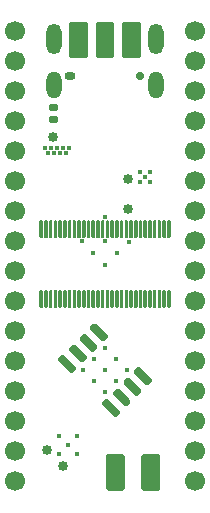
<source format=gbr>
G04 #@! TF.GenerationSoftware,KiCad,Pcbnew,5.1.9-1.fc33*
G04 #@! TF.CreationDate,2021-04-18T22:31:40+02:00*
G04 #@! TF.ProjectId,reDIP-SX,72654449-502d-4535-982e-6b696361645f,0.1*
G04 #@! TF.SameCoordinates,PX5e28010PY8011a50*
G04 #@! TF.FileFunction,Soldermask,Bot*
G04 #@! TF.FilePolarity,Negative*
%FSLAX46Y46*%
G04 Gerber Fmt 4.6, Leading zero omitted, Abs format (unit mm)*
G04 Created by KiCad (PCBNEW 5.1.9-1.fc33) date 2021-04-18 22:31:40*
%MOMM*%
%LPD*%
G01*
G04 APERTURE LIST*
%ADD10O,1.300000X2.600000*%
%ADD11O,1.300000X2.300000*%
%ADD12O,0.700000X0.700000*%
%ADD13O,0.950000X0.700000*%
%ADD14C,0.450000*%
%ADD15C,1.700000*%
%ADD16C,0.850000*%
G04 APERTURE END LIST*
G36*
G01*
X3640000Y17385000D02*
X3640000Y16035000D01*
G75*
G02*
X3565000Y15960000I-75000J0D01*
G01*
X3415000Y15960000D01*
G75*
G02*
X3340000Y16035000I0J75000D01*
G01*
X3340000Y17385000D01*
G75*
G02*
X3415000Y17460000I75000J0D01*
G01*
X3565000Y17460000D01*
G75*
G02*
X3640000Y17385000I0J-75000D01*
G01*
G37*
G36*
G01*
X3640000Y23285000D02*
X3640000Y21935000D01*
G75*
G02*
X3565000Y21860000I-75000J0D01*
G01*
X3415000Y21860000D01*
G75*
G02*
X3340000Y21935000I0J75000D01*
G01*
X3340000Y23285000D01*
G75*
G02*
X3415000Y23360000I75000J0D01*
G01*
X3565000Y23360000D01*
G75*
G02*
X3640000Y23285000I0J-75000D01*
G01*
G37*
G36*
G01*
X4040000Y17385000D02*
X4040000Y16035000D01*
G75*
G02*
X3965000Y15960000I-75000J0D01*
G01*
X3815000Y15960000D01*
G75*
G02*
X3740000Y16035000I0J75000D01*
G01*
X3740000Y17385000D01*
G75*
G02*
X3815000Y17460000I75000J0D01*
G01*
X3965000Y17460000D01*
G75*
G02*
X4040000Y17385000I0J-75000D01*
G01*
G37*
G36*
G01*
X4040000Y23285000D02*
X4040000Y21935000D01*
G75*
G02*
X3965000Y21860000I-75000J0D01*
G01*
X3815000Y21860000D01*
G75*
G02*
X3740000Y21935000I0J75000D01*
G01*
X3740000Y23285000D01*
G75*
G02*
X3815000Y23360000I75000J0D01*
G01*
X3965000Y23360000D01*
G75*
G02*
X4040000Y23285000I0J-75000D01*
G01*
G37*
G36*
G01*
X4440000Y17385000D02*
X4440000Y16035000D01*
G75*
G02*
X4365000Y15960000I-75000J0D01*
G01*
X4215000Y15960000D01*
G75*
G02*
X4140000Y16035000I0J75000D01*
G01*
X4140000Y17385000D01*
G75*
G02*
X4215000Y17460000I75000J0D01*
G01*
X4365000Y17460000D01*
G75*
G02*
X4440000Y17385000I0J-75000D01*
G01*
G37*
G36*
G01*
X4440000Y23285000D02*
X4440000Y21935000D01*
G75*
G02*
X4365000Y21860000I-75000J0D01*
G01*
X4215000Y21860000D01*
G75*
G02*
X4140000Y21935000I0J75000D01*
G01*
X4140000Y23285000D01*
G75*
G02*
X4215000Y23360000I75000J0D01*
G01*
X4365000Y23360000D01*
G75*
G02*
X4440000Y23285000I0J-75000D01*
G01*
G37*
G36*
G01*
X4840000Y17385000D02*
X4840000Y16035000D01*
G75*
G02*
X4765000Y15960000I-75000J0D01*
G01*
X4615000Y15960000D01*
G75*
G02*
X4540000Y16035000I0J75000D01*
G01*
X4540000Y17385000D01*
G75*
G02*
X4615000Y17460000I75000J0D01*
G01*
X4765000Y17460000D01*
G75*
G02*
X4840000Y17385000I0J-75000D01*
G01*
G37*
G36*
G01*
X4840000Y23285000D02*
X4840000Y21935000D01*
G75*
G02*
X4765000Y21860000I-75000J0D01*
G01*
X4615000Y21860000D01*
G75*
G02*
X4540000Y21935000I0J75000D01*
G01*
X4540000Y23285000D01*
G75*
G02*
X4615000Y23360000I75000J0D01*
G01*
X4765000Y23360000D01*
G75*
G02*
X4840000Y23285000I0J-75000D01*
G01*
G37*
G36*
G01*
X5240000Y17385000D02*
X5240000Y16035000D01*
G75*
G02*
X5165000Y15960000I-75000J0D01*
G01*
X5015000Y15960000D01*
G75*
G02*
X4940000Y16035000I0J75000D01*
G01*
X4940000Y17385000D01*
G75*
G02*
X5015000Y17460000I75000J0D01*
G01*
X5165000Y17460000D01*
G75*
G02*
X5240000Y17385000I0J-75000D01*
G01*
G37*
G36*
G01*
X5240000Y23285000D02*
X5240000Y21935000D01*
G75*
G02*
X5165000Y21860000I-75000J0D01*
G01*
X5015000Y21860000D01*
G75*
G02*
X4940000Y21935000I0J75000D01*
G01*
X4940000Y23285000D01*
G75*
G02*
X5015000Y23360000I75000J0D01*
G01*
X5165000Y23360000D01*
G75*
G02*
X5240000Y23285000I0J-75000D01*
G01*
G37*
G36*
G01*
X5640000Y17385000D02*
X5640000Y16035000D01*
G75*
G02*
X5565000Y15960000I-75000J0D01*
G01*
X5415000Y15960000D01*
G75*
G02*
X5340000Y16035000I0J75000D01*
G01*
X5340000Y17385000D01*
G75*
G02*
X5415000Y17460000I75000J0D01*
G01*
X5565000Y17460000D01*
G75*
G02*
X5640000Y17385000I0J-75000D01*
G01*
G37*
G36*
G01*
X5640000Y23285000D02*
X5640000Y21935000D01*
G75*
G02*
X5565000Y21860000I-75000J0D01*
G01*
X5415000Y21860000D01*
G75*
G02*
X5340000Y21935000I0J75000D01*
G01*
X5340000Y23285000D01*
G75*
G02*
X5415000Y23360000I75000J0D01*
G01*
X5565000Y23360000D01*
G75*
G02*
X5640000Y23285000I0J-75000D01*
G01*
G37*
G36*
G01*
X6040000Y17385000D02*
X6040000Y16035000D01*
G75*
G02*
X5965000Y15960000I-75000J0D01*
G01*
X5815000Y15960000D01*
G75*
G02*
X5740000Y16035000I0J75000D01*
G01*
X5740000Y17385000D01*
G75*
G02*
X5815000Y17460000I75000J0D01*
G01*
X5965000Y17460000D01*
G75*
G02*
X6040000Y17385000I0J-75000D01*
G01*
G37*
G36*
G01*
X6040000Y23285000D02*
X6040000Y21935000D01*
G75*
G02*
X5965000Y21860000I-75000J0D01*
G01*
X5815000Y21860000D01*
G75*
G02*
X5740000Y21935000I0J75000D01*
G01*
X5740000Y23285000D01*
G75*
G02*
X5815000Y23360000I75000J0D01*
G01*
X5965000Y23360000D01*
G75*
G02*
X6040000Y23285000I0J-75000D01*
G01*
G37*
G36*
G01*
X6440000Y17385000D02*
X6440000Y16035000D01*
G75*
G02*
X6365000Y15960000I-75000J0D01*
G01*
X6215000Y15960000D01*
G75*
G02*
X6140000Y16035000I0J75000D01*
G01*
X6140000Y17385000D01*
G75*
G02*
X6215000Y17460000I75000J0D01*
G01*
X6365000Y17460000D01*
G75*
G02*
X6440000Y17385000I0J-75000D01*
G01*
G37*
G36*
G01*
X6440000Y23285000D02*
X6440000Y21935000D01*
G75*
G02*
X6365000Y21860000I-75000J0D01*
G01*
X6215000Y21860000D01*
G75*
G02*
X6140000Y21935000I0J75000D01*
G01*
X6140000Y23285000D01*
G75*
G02*
X6215000Y23360000I75000J0D01*
G01*
X6365000Y23360000D01*
G75*
G02*
X6440000Y23285000I0J-75000D01*
G01*
G37*
G36*
G01*
X6840000Y17385000D02*
X6840000Y16035000D01*
G75*
G02*
X6765000Y15960000I-75000J0D01*
G01*
X6615000Y15960000D01*
G75*
G02*
X6540000Y16035000I0J75000D01*
G01*
X6540000Y17385000D01*
G75*
G02*
X6615000Y17460000I75000J0D01*
G01*
X6765000Y17460000D01*
G75*
G02*
X6840000Y17385000I0J-75000D01*
G01*
G37*
G36*
G01*
X6840000Y23285000D02*
X6840000Y21935000D01*
G75*
G02*
X6765000Y21860000I-75000J0D01*
G01*
X6615000Y21860000D01*
G75*
G02*
X6540000Y21935000I0J75000D01*
G01*
X6540000Y23285000D01*
G75*
G02*
X6615000Y23360000I75000J0D01*
G01*
X6765000Y23360000D01*
G75*
G02*
X6840000Y23285000I0J-75000D01*
G01*
G37*
G36*
G01*
X7240000Y17385000D02*
X7240000Y16035000D01*
G75*
G02*
X7165000Y15960000I-75000J0D01*
G01*
X7015000Y15960000D01*
G75*
G02*
X6940000Y16035000I0J75000D01*
G01*
X6940000Y17385000D01*
G75*
G02*
X7015000Y17460000I75000J0D01*
G01*
X7165000Y17460000D01*
G75*
G02*
X7240000Y17385000I0J-75000D01*
G01*
G37*
G36*
G01*
X7240000Y23285000D02*
X7240000Y21935000D01*
G75*
G02*
X7165000Y21860000I-75000J0D01*
G01*
X7015000Y21860000D01*
G75*
G02*
X6940000Y21935000I0J75000D01*
G01*
X6940000Y23285000D01*
G75*
G02*
X7015000Y23360000I75000J0D01*
G01*
X7165000Y23360000D01*
G75*
G02*
X7240000Y23285000I0J-75000D01*
G01*
G37*
G36*
G01*
X7640000Y17385000D02*
X7640000Y16035000D01*
G75*
G02*
X7565000Y15960000I-75000J0D01*
G01*
X7415000Y15960000D01*
G75*
G02*
X7340000Y16035000I0J75000D01*
G01*
X7340000Y17385000D01*
G75*
G02*
X7415000Y17460000I75000J0D01*
G01*
X7565000Y17460000D01*
G75*
G02*
X7640000Y17385000I0J-75000D01*
G01*
G37*
G36*
G01*
X7640000Y23285000D02*
X7640000Y21935000D01*
G75*
G02*
X7565000Y21860000I-75000J0D01*
G01*
X7415000Y21860000D01*
G75*
G02*
X7340000Y21935000I0J75000D01*
G01*
X7340000Y23285000D01*
G75*
G02*
X7415000Y23360000I75000J0D01*
G01*
X7565000Y23360000D01*
G75*
G02*
X7640000Y23285000I0J-75000D01*
G01*
G37*
G36*
G01*
X8040000Y17385000D02*
X8040000Y16035000D01*
G75*
G02*
X7965000Y15960000I-75000J0D01*
G01*
X7815000Y15960000D01*
G75*
G02*
X7740000Y16035000I0J75000D01*
G01*
X7740000Y17385000D01*
G75*
G02*
X7815000Y17460000I75000J0D01*
G01*
X7965000Y17460000D01*
G75*
G02*
X8040000Y17385000I0J-75000D01*
G01*
G37*
G36*
G01*
X8040000Y23285000D02*
X8040000Y21935000D01*
G75*
G02*
X7965000Y21860000I-75000J0D01*
G01*
X7815000Y21860000D01*
G75*
G02*
X7740000Y21935000I0J75000D01*
G01*
X7740000Y23285000D01*
G75*
G02*
X7815000Y23360000I75000J0D01*
G01*
X7965000Y23360000D01*
G75*
G02*
X8040000Y23285000I0J-75000D01*
G01*
G37*
G36*
G01*
X8440000Y17385000D02*
X8440000Y16035000D01*
G75*
G02*
X8365000Y15960000I-75000J0D01*
G01*
X8215000Y15960000D01*
G75*
G02*
X8140000Y16035000I0J75000D01*
G01*
X8140000Y17385000D01*
G75*
G02*
X8215000Y17460000I75000J0D01*
G01*
X8365000Y17460000D01*
G75*
G02*
X8440000Y17385000I0J-75000D01*
G01*
G37*
G36*
G01*
X8440000Y23285000D02*
X8440000Y21935000D01*
G75*
G02*
X8365000Y21860000I-75000J0D01*
G01*
X8215000Y21860000D01*
G75*
G02*
X8140000Y21935000I0J75000D01*
G01*
X8140000Y23285000D01*
G75*
G02*
X8215000Y23360000I75000J0D01*
G01*
X8365000Y23360000D01*
G75*
G02*
X8440000Y23285000I0J-75000D01*
G01*
G37*
G36*
G01*
X8840000Y17385000D02*
X8840000Y16035000D01*
G75*
G02*
X8765000Y15960000I-75000J0D01*
G01*
X8615000Y15960000D01*
G75*
G02*
X8540000Y16035000I0J75000D01*
G01*
X8540000Y17385000D01*
G75*
G02*
X8615000Y17460000I75000J0D01*
G01*
X8765000Y17460000D01*
G75*
G02*
X8840000Y17385000I0J-75000D01*
G01*
G37*
G36*
G01*
X8840000Y23285000D02*
X8840000Y21935000D01*
G75*
G02*
X8765000Y21860000I-75000J0D01*
G01*
X8615000Y21860000D01*
G75*
G02*
X8540000Y21935000I0J75000D01*
G01*
X8540000Y23285000D01*
G75*
G02*
X8615000Y23360000I75000J0D01*
G01*
X8765000Y23360000D01*
G75*
G02*
X8840000Y23285000I0J-75000D01*
G01*
G37*
G36*
G01*
X9240000Y17385000D02*
X9240000Y16035000D01*
G75*
G02*
X9165000Y15960000I-75000J0D01*
G01*
X9015000Y15960000D01*
G75*
G02*
X8940000Y16035000I0J75000D01*
G01*
X8940000Y17385000D01*
G75*
G02*
X9015000Y17460000I75000J0D01*
G01*
X9165000Y17460000D01*
G75*
G02*
X9240000Y17385000I0J-75000D01*
G01*
G37*
G36*
G01*
X9240000Y23285000D02*
X9240000Y21935000D01*
G75*
G02*
X9165000Y21860000I-75000J0D01*
G01*
X9015000Y21860000D01*
G75*
G02*
X8940000Y21935000I0J75000D01*
G01*
X8940000Y23285000D01*
G75*
G02*
X9015000Y23360000I75000J0D01*
G01*
X9165000Y23360000D01*
G75*
G02*
X9240000Y23285000I0J-75000D01*
G01*
G37*
G36*
G01*
X9640000Y17385000D02*
X9640000Y16035000D01*
G75*
G02*
X9565000Y15960000I-75000J0D01*
G01*
X9415000Y15960000D01*
G75*
G02*
X9340000Y16035000I0J75000D01*
G01*
X9340000Y17385000D01*
G75*
G02*
X9415000Y17460000I75000J0D01*
G01*
X9565000Y17460000D01*
G75*
G02*
X9640000Y17385000I0J-75000D01*
G01*
G37*
G36*
G01*
X9640000Y23285000D02*
X9640000Y21935000D01*
G75*
G02*
X9565000Y21860000I-75000J0D01*
G01*
X9415000Y21860000D01*
G75*
G02*
X9340000Y21935000I0J75000D01*
G01*
X9340000Y23285000D01*
G75*
G02*
X9415000Y23360000I75000J0D01*
G01*
X9565000Y23360000D01*
G75*
G02*
X9640000Y23285000I0J-75000D01*
G01*
G37*
G36*
G01*
X10040000Y17385000D02*
X10040000Y16035000D01*
G75*
G02*
X9965000Y15960000I-75000J0D01*
G01*
X9815000Y15960000D01*
G75*
G02*
X9740000Y16035000I0J75000D01*
G01*
X9740000Y17385000D01*
G75*
G02*
X9815000Y17460000I75000J0D01*
G01*
X9965000Y17460000D01*
G75*
G02*
X10040000Y17385000I0J-75000D01*
G01*
G37*
G36*
G01*
X10040000Y23285000D02*
X10040000Y21935000D01*
G75*
G02*
X9965000Y21860000I-75000J0D01*
G01*
X9815000Y21860000D01*
G75*
G02*
X9740000Y21935000I0J75000D01*
G01*
X9740000Y23285000D01*
G75*
G02*
X9815000Y23360000I75000J0D01*
G01*
X9965000Y23360000D01*
G75*
G02*
X10040000Y23285000I0J-75000D01*
G01*
G37*
G36*
G01*
X10440000Y17385000D02*
X10440000Y16035000D01*
G75*
G02*
X10365000Y15960000I-75000J0D01*
G01*
X10215000Y15960000D01*
G75*
G02*
X10140000Y16035000I0J75000D01*
G01*
X10140000Y17385000D01*
G75*
G02*
X10215000Y17460000I75000J0D01*
G01*
X10365000Y17460000D01*
G75*
G02*
X10440000Y17385000I0J-75000D01*
G01*
G37*
G36*
G01*
X10440000Y23285000D02*
X10440000Y21935000D01*
G75*
G02*
X10365000Y21860000I-75000J0D01*
G01*
X10215000Y21860000D01*
G75*
G02*
X10140000Y21935000I0J75000D01*
G01*
X10140000Y23285000D01*
G75*
G02*
X10215000Y23360000I75000J0D01*
G01*
X10365000Y23360000D01*
G75*
G02*
X10440000Y23285000I0J-75000D01*
G01*
G37*
G36*
G01*
X10840000Y17385000D02*
X10840000Y16035000D01*
G75*
G02*
X10765000Y15960000I-75000J0D01*
G01*
X10615000Y15960000D01*
G75*
G02*
X10540000Y16035000I0J75000D01*
G01*
X10540000Y17385000D01*
G75*
G02*
X10615000Y17460000I75000J0D01*
G01*
X10765000Y17460000D01*
G75*
G02*
X10840000Y17385000I0J-75000D01*
G01*
G37*
G36*
G01*
X10840000Y23285000D02*
X10840000Y21935000D01*
G75*
G02*
X10765000Y21860000I-75000J0D01*
G01*
X10615000Y21860000D01*
G75*
G02*
X10540000Y21935000I0J75000D01*
G01*
X10540000Y23285000D01*
G75*
G02*
X10615000Y23360000I75000J0D01*
G01*
X10765000Y23360000D01*
G75*
G02*
X10840000Y23285000I0J-75000D01*
G01*
G37*
G36*
G01*
X11240000Y17385000D02*
X11240000Y16035000D01*
G75*
G02*
X11165000Y15960000I-75000J0D01*
G01*
X11015000Y15960000D01*
G75*
G02*
X10940000Y16035000I0J75000D01*
G01*
X10940000Y17385000D01*
G75*
G02*
X11015000Y17460000I75000J0D01*
G01*
X11165000Y17460000D01*
G75*
G02*
X11240000Y17385000I0J-75000D01*
G01*
G37*
G36*
G01*
X11240000Y23285000D02*
X11240000Y21935000D01*
G75*
G02*
X11165000Y21860000I-75000J0D01*
G01*
X11015000Y21860000D01*
G75*
G02*
X10940000Y21935000I0J75000D01*
G01*
X10940000Y23285000D01*
G75*
G02*
X11015000Y23360000I75000J0D01*
G01*
X11165000Y23360000D01*
G75*
G02*
X11240000Y23285000I0J-75000D01*
G01*
G37*
G36*
G01*
X11640000Y17385000D02*
X11640000Y16035000D01*
G75*
G02*
X11565000Y15960000I-75000J0D01*
G01*
X11415000Y15960000D01*
G75*
G02*
X11340000Y16035000I0J75000D01*
G01*
X11340000Y17385000D01*
G75*
G02*
X11415000Y17460000I75000J0D01*
G01*
X11565000Y17460000D01*
G75*
G02*
X11640000Y17385000I0J-75000D01*
G01*
G37*
G36*
G01*
X11640000Y23285000D02*
X11640000Y21935000D01*
G75*
G02*
X11565000Y21860000I-75000J0D01*
G01*
X11415000Y21860000D01*
G75*
G02*
X11340000Y21935000I0J75000D01*
G01*
X11340000Y23285000D01*
G75*
G02*
X11415000Y23360000I75000J0D01*
G01*
X11565000Y23360000D01*
G75*
G02*
X11640000Y23285000I0J-75000D01*
G01*
G37*
G36*
G01*
X12040000Y17385000D02*
X12040000Y16035000D01*
G75*
G02*
X11965000Y15960000I-75000J0D01*
G01*
X11815000Y15960000D01*
G75*
G02*
X11740000Y16035000I0J75000D01*
G01*
X11740000Y17385000D01*
G75*
G02*
X11815000Y17460000I75000J0D01*
G01*
X11965000Y17460000D01*
G75*
G02*
X12040000Y17385000I0J-75000D01*
G01*
G37*
G36*
G01*
X12040000Y23285000D02*
X12040000Y21935000D01*
G75*
G02*
X11965000Y21860000I-75000J0D01*
G01*
X11815000Y21860000D01*
G75*
G02*
X11740000Y21935000I0J75000D01*
G01*
X11740000Y23285000D01*
G75*
G02*
X11815000Y23360000I75000J0D01*
G01*
X11965000Y23360000D01*
G75*
G02*
X12040000Y23285000I0J-75000D01*
G01*
G37*
G36*
G01*
X12440000Y17385000D02*
X12440000Y16035000D01*
G75*
G02*
X12365000Y15960000I-75000J0D01*
G01*
X12215000Y15960000D01*
G75*
G02*
X12140000Y16035000I0J75000D01*
G01*
X12140000Y17385000D01*
G75*
G02*
X12215000Y17460000I75000J0D01*
G01*
X12365000Y17460000D01*
G75*
G02*
X12440000Y17385000I0J-75000D01*
G01*
G37*
G36*
G01*
X12440000Y23285000D02*
X12440000Y21935000D01*
G75*
G02*
X12365000Y21860000I-75000J0D01*
G01*
X12215000Y21860000D01*
G75*
G02*
X12140000Y21935000I0J75000D01*
G01*
X12140000Y23285000D01*
G75*
G02*
X12215000Y23360000I75000J0D01*
G01*
X12365000Y23360000D01*
G75*
G02*
X12440000Y23285000I0J-75000D01*
G01*
G37*
G36*
G01*
X12840000Y17385000D02*
X12840000Y16035000D01*
G75*
G02*
X12765000Y15960000I-75000J0D01*
G01*
X12615000Y15960000D01*
G75*
G02*
X12540000Y16035000I0J75000D01*
G01*
X12540000Y17385000D01*
G75*
G02*
X12615000Y17460000I75000J0D01*
G01*
X12765000Y17460000D01*
G75*
G02*
X12840000Y17385000I0J-75000D01*
G01*
G37*
G36*
G01*
X12840000Y23285000D02*
X12840000Y21935000D01*
G75*
G02*
X12765000Y21860000I-75000J0D01*
G01*
X12615000Y21860000D01*
G75*
G02*
X12540000Y21935000I0J75000D01*
G01*
X12540000Y23285000D01*
G75*
G02*
X12615000Y23360000I75000J0D01*
G01*
X12765000Y23360000D01*
G75*
G02*
X12840000Y23285000I0J-75000D01*
G01*
G37*
G36*
G01*
X13240000Y17385000D02*
X13240000Y16035000D01*
G75*
G02*
X13165000Y15960000I-75000J0D01*
G01*
X13015000Y15960000D01*
G75*
G02*
X12940000Y16035000I0J75000D01*
G01*
X12940000Y17385000D01*
G75*
G02*
X13015000Y17460000I75000J0D01*
G01*
X13165000Y17460000D01*
G75*
G02*
X13240000Y17385000I0J-75000D01*
G01*
G37*
G36*
G01*
X13240000Y23285000D02*
X13240000Y21935000D01*
G75*
G02*
X13165000Y21860000I-75000J0D01*
G01*
X13015000Y21860000D01*
G75*
G02*
X12940000Y21935000I0J75000D01*
G01*
X12940000Y23285000D01*
G75*
G02*
X13015000Y23360000I75000J0D01*
G01*
X13165000Y23360000D01*
G75*
G02*
X13240000Y23285000I0J-75000D01*
G01*
G37*
G36*
G01*
X13640000Y17385000D02*
X13640000Y16035000D01*
G75*
G02*
X13565000Y15960000I-75000J0D01*
G01*
X13415000Y15960000D01*
G75*
G02*
X13340000Y16035000I0J75000D01*
G01*
X13340000Y17385000D01*
G75*
G02*
X13415000Y17460000I75000J0D01*
G01*
X13565000Y17460000D01*
G75*
G02*
X13640000Y17385000I0J-75000D01*
G01*
G37*
G36*
G01*
X13640000Y23285000D02*
X13640000Y21935000D01*
G75*
G02*
X13565000Y21860000I-75000J0D01*
G01*
X13415000Y21860000D01*
G75*
G02*
X13340000Y21935000I0J75000D01*
G01*
X13340000Y23285000D01*
G75*
G02*
X13415000Y23360000I75000J0D01*
G01*
X13565000Y23360000D01*
G75*
G02*
X13640000Y23285000I0J-75000D01*
G01*
G37*
G36*
G01*
X14040000Y17385000D02*
X14040000Y16035000D01*
G75*
G02*
X13965000Y15960000I-75000J0D01*
G01*
X13815000Y15960000D01*
G75*
G02*
X13740000Y16035000I0J75000D01*
G01*
X13740000Y17385000D01*
G75*
G02*
X13815000Y17460000I75000J0D01*
G01*
X13965000Y17460000D01*
G75*
G02*
X14040000Y17385000I0J-75000D01*
G01*
G37*
G36*
G01*
X14040000Y23285000D02*
X14040000Y21935000D01*
G75*
G02*
X13965000Y21860000I-75000J0D01*
G01*
X13815000Y21860000D01*
G75*
G02*
X13740000Y21935000I0J75000D01*
G01*
X13740000Y23285000D01*
G75*
G02*
X13815000Y23360000I75000J0D01*
G01*
X13965000Y23360000D01*
G75*
G02*
X14040000Y23285000I0J-75000D01*
G01*
G37*
G36*
G01*
X14440000Y17385000D02*
X14440000Y16035000D01*
G75*
G02*
X14365000Y15960000I-75000J0D01*
G01*
X14215000Y15960000D01*
G75*
G02*
X14140000Y16035000I0J75000D01*
G01*
X14140000Y17385000D01*
G75*
G02*
X14215000Y17460000I75000J0D01*
G01*
X14365000Y17460000D01*
G75*
G02*
X14440000Y17385000I0J-75000D01*
G01*
G37*
G36*
G01*
X14440000Y23285000D02*
X14440000Y21935000D01*
G75*
G02*
X14365000Y21860000I-75000J0D01*
G01*
X14215000Y21860000D01*
G75*
G02*
X14140000Y21935000I0J75000D01*
G01*
X14140000Y23285000D01*
G75*
G02*
X14215000Y23360000I75000J0D01*
G01*
X14365000Y23360000D01*
G75*
G02*
X14440000Y23285000I0J-75000D01*
G01*
G37*
D10*
X13210000Y38690000D03*
X4570000Y38690000D03*
D11*
X13210000Y34865000D03*
X4570000Y34865000D03*
D12*
X11890000Y35590000D03*
D13*
X5890000Y35590000D03*
D14*
X4580000Y29040000D03*
X4830000Y29470000D03*
X4330000Y29470000D03*
X5330000Y29470000D03*
X5080000Y29040000D03*
X5580000Y29040000D03*
X5830000Y29470000D03*
X3830000Y29470000D03*
X4080000Y29040000D03*
X12710000Y27500000D03*
X11830000Y27500000D03*
X12270000Y27060000D03*
X12710000Y26620000D03*
X11830000Y26620000D03*
X8890000Y19600000D03*
X6520000Y3580000D03*
X6510000Y5130000D03*
X5740000Y4360000D03*
X4970000Y3580000D03*
X4970000Y5130000D03*
X9820000Y11600000D03*
X10770000Y10700000D03*
X9830000Y9750000D03*
X8900000Y8830000D03*
X8890000Y10690000D03*
X7970000Y9760000D03*
X7020000Y10680000D03*
X7970000Y11620000D03*
X8890000Y12550000D03*
X9890000Y20610000D03*
X10890000Y21580000D03*
X8890000Y23640000D03*
X8890000Y21590000D03*
X7900000Y20610000D03*
X6910000Y21590000D03*
D15*
X1270000Y26670000D03*
X1270000Y29210000D03*
X1270000Y31750000D03*
X1270000Y34290000D03*
X1270000Y36830000D03*
X1270000Y39370000D03*
G36*
G01*
X4310000Y32240000D02*
X4730000Y32240000D01*
G75*
G02*
X4890000Y32080000I0J-160000D01*
G01*
X4890000Y31760000D01*
G75*
G02*
X4730000Y31600000I-160000J0D01*
G01*
X4310000Y31600000D01*
G75*
G02*
X4150000Y31760000I0J160000D01*
G01*
X4150000Y32080000D01*
G75*
G02*
X4310000Y32240000I160000J0D01*
G01*
G37*
G36*
G01*
X4310000Y33260000D02*
X4730000Y33260000D01*
G75*
G02*
X4890000Y33100000I0J-160000D01*
G01*
X4890000Y32780000D01*
G75*
G02*
X4730000Y32620000I-160000J0D01*
G01*
X4310000Y32620000D01*
G75*
G02*
X4150000Y32780000I0J160000D01*
G01*
X4150000Y33100000D01*
G75*
G02*
X4310000Y33260000I160000J0D01*
G01*
G37*
X16510000Y26670000D03*
X16510000Y29210000D03*
X16510000Y31750000D03*
X16510000Y34290000D03*
X16510000Y36830000D03*
X16510000Y39370000D03*
G36*
G01*
X11940000Y40030000D02*
X11940000Y37250000D01*
G75*
G02*
X11780000Y37090000I-160000J0D01*
G01*
X10500000Y37090000D01*
G75*
G02*
X10340000Y37250000I0J160000D01*
G01*
X10340000Y40030000D01*
G75*
G02*
X10500000Y40190000I160000J0D01*
G01*
X11780000Y40190000D01*
G75*
G02*
X11940000Y40030000I0J-160000D01*
G01*
G37*
G36*
G01*
X13570000Y3420000D02*
X13570000Y640000D01*
G75*
G02*
X13410000Y480000I-160000J0D01*
G01*
X12130000Y480000D01*
G75*
G02*
X11970000Y640000I0J160000D01*
G01*
X11970000Y3420000D01*
G75*
G02*
X12130000Y3580000I160000J0D01*
G01*
X13410000Y3580000D01*
G75*
G02*
X13570000Y3420000I0J-160000D01*
G01*
G37*
G36*
G01*
X10570000Y3420000D02*
X10570000Y640000D01*
G75*
G02*
X10410000Y480000I-160000J0D01*
G01*
X9130000Y480000D01*
G75*
G02*
X8970000Y640000I0J160000D01*
G01*
X8970000Y3420000D01*
G75*
G02*
X9130000Y3580000I160000J0D01*
G01*
X10410000Y3580000D01*
G75*
G02*
X10570000Y3420000I0J-160000D01*
G01*
G37*
G36*
G01*
X7440000Y40030000D02*
X7440000Y37250000D01*
G75*
G02*
X7280000Y37090000I-160000J0D01*
G01*
X6000000Y37090000D01*
G75*
G02*
X5840000Y37250000I0J160000D01*
G01*
X5840000Y40030000D01*
G75*
G02*
X6000000Y40190000I160000J0D01*
G01*
X7280000Y40190000D01*
G75*
G02*
X7440000Y40030000I0J-160000D01*
G01*
G37*
G36*
G01*
X9690000Y40030000D02*
X9690000Y37250000D01*
G75*
G02*
X9530000Y37090000I-160000J0D01*
G01*
X8250000Y37090000D01*
G75*
G02*
X8090000Y37250000I0J160000D01*
G01*
X8090000Y40030000D01*
G75*
G02*
X8250000Y40190000I160000J0D01*
G01*
X9530000Y40190000D01*
G75*
G02*
X9690000Y40030000I0J-160000D01*
G01*
G37*
X16510000Y1270000D03*
X16510000Y3810000D03*
X16510000Y6350000D03*
X16510000Y8890000D03*
X16510000Y11430000D03*
X16510000Y13970000D03*
X16510000Y16510000D03*
X16510000Y19050000D03*
X16510000Y21590000D03*
X16510000Y24130000D03*
D16*
X5360000Y2570000D03*
D15*
X1270000Y1270000D03*
X1270000Y3810000D03*
X1270000Y6350000D03*
X1270000Y8890000D03*
X1270000Y11430000D03*
X1270000Y13970000D03*
X1270000Y16510000D03*
X1270000Y19050000D03*
X1270000Y21590000D03*
X1270000Y24130000D03*
G36*
G01*
X8656655Y7981781D02*
X8904142Y8229268D01*
G75*
G02*
X9151630Y8229268I123744J-123744D01*
G01*
X10141579Y7239319D01*
G75*
G02*
X10141579Y6991831I-123744J-123744D01*
G01*
X9894092Y6744344D01*
G75*
G02*
X9646604Y6744344I-123744J123744D01*
G01*
X8656655Y7734293D01*
G75*
G02*
X8656655Y7981781I123744J123744D01*
G01*
G37*
G36*
G01*
X9554680Y8879807D02*
X9802167Y9127294D01*
G75*
G02*
X10049655Y9127294I123744J-123744D01*
G01*
X11039604Y8137345D01*
G75*
G02*
X11039604Y7889857I-123744J-123744D01*
G01*
X10792117Y7642370D01*
G75*
G02*
X10544629Y7642370I-123744J123744D01*
G01*
X9554680Y8632319D01*
G75*
G02*
X9554680Y8879807I123744J123744D01*
G01*
G37*
G36*
G01*
X10452706Y9777833D02*
X10700193Y10025320D01*
G75*
G02*
X10947681Y10025320I123744J-123744D01*
G01*
X11937630Y9035371D01*
G75*
G02*
X11937630Y8787883I-123744J-123744D01*
G01*
X11690143Y8540396D01*
G75*
G02*
X11442655Y8540396I-123744J123744D01*
G01*
X10452706Y9530345D01*
G75*
G02*
X10452706Y9777833I123744J123744D01*
G01*
G37*
G36*
G01*
X11350732Y10675858D02*
X11598219Y10923345D01*
G75*
G02*
X11845707Y10923345I123744J-123744D01*
G01*
X12835656Y9933396D01*
G75*
G02*
X12835656Y9685908I-123744J-123744D01*
G01*
X12588169Y9438421D01*
G75*
G02*
X12340681Y9438421I-123744J123744D01*
G01*
X11350732Y10428370D01*
G75*
G02*
X11350732Y10675858I123744J123744D01*
G01*
G37*
G36*
G01*
X7638421Y14388169D02*
X7885908Y14635656D01*
G75*
G02*
X8133396Y14635656I123744J-123744D01*
G01*
X9123345Y13645707D01*
G75*
G02*
X9123345Y13398219I-123744J-123744D01*
G01*
X8875858Y13150732D01*
G75*
G02*
X8628370Y13150732I-123744J123744D01*
G01*
X7638421Y14140681D01*
G75*
G02*
X7638421Y14388169I123744J123744D01*
G01*
G37*
G36*
G01*
X6740396Y13490143D02*
X6987883Y13737630D01*
G75*
G02*
X7235371Y13737630I123744J-123744D01*
G01*
X8225320Y12747681D01*
G75*
G02*
X8225320Y12500193I-123744J-123744D01*
G01*
X7977833Y12252706D01*
G75*
G02*
X7730345Y12252706I-123744J123744D01*
G01*
X6740396Y13242655D01*
G75*
G02*
X6740396Y13490143I123744J123744D01*
G01*
G37*
G36*
G01*
X5842370Y12592117D02*
X6089857Y12839604D01*
G75*
G02*
X6337345Y12839604I123744J-123744D01*
G01*
X7327294Y11849655D01*
G75*
G02*
X7327294Y11602167I-123744J-123744D01*
G01*
X7079807Y11354680D01*
G75*
G02*
X6832319Y11354680I-123744J123744D01*
G01*
X5842370Y12344629D01*
G75*
G02*
X5842370Y12592117I123744J123744D01*
G01*
G37*
G36*
G01*
X4944344Y11694092D02*
X5191831Y11941579D01*
G75*
G02*
X5439319Y11941579I123744J-123744D01*
G01*
X6429268Y10951630D01*
G75*
G02*
X6429268Y10704142I-123744J-123744D01*
G01*
X6181781Y10456655D01*
G75*
G02*
X5934293Y10456655I-123744J123744D01*
G01*
X4944344Y11446604D01*
G75*
G02*
X4944344Y11694092I123744J123744D01*
G01*
G37*
D16*
X10830000Y26850000D03*
X10830000Y24350000D03*
X3940000Y3950000D03*
X4520000Y30410000D03*
M02*

</source>
